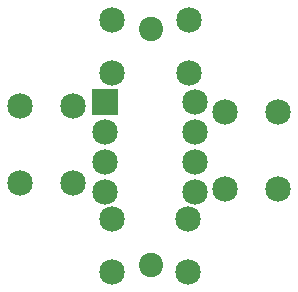
<source format=gbs>
G04 MADE WITH FRITZING*
G04 WWW.FRITZING.ORG*
G04 DOUBLE SIDED*
G04 HOLES PLATED*
G04 CONTOUR ON CENTER OF CONTOUR VECTOR*
%ASAXBY*%
%FSLAX23Y23*%
%MOIN*%
%OFA0B0*%
%SFA1.0B1.0*%
%ADD10C,0.081181*%
%ADD11C,0.085000*%
%ADD12R,0.085000X0.085000*%
%LNMASK0*%
G90*
G70*
G54D10*
X495Y95D03*
X495Y882D03*
X495Y95D03*
X495Y882D03*
X495Y95D03*
X495Y882D03*
G54D11*
X344Y640D03*
X644Y640D03*
X344Y540D03*
X644Y540D03*
X344Y440D03*
X644Y440D03*
X344Y340D03*
X644Y340D03*
X367Y913D03*
X623Y913D03*
X367Y735D03*
X623Y735D03*
X743Y349D03*
X743Y605D03*
X921Y349D03*
X921Y605D03*
X621Y71D03*
X366Y71D03*
X621Y248D03*
X366Y248D03*
X59Y369D03*
X59Y625D03*
X236Y369D03*
X236Y625D03*
G54D12*
X344Y640D03*
G04 End of Mask0*
M02*
</source>
